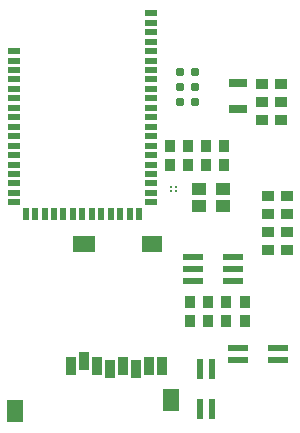
<source format=gbp>
%FSLAX25Y25*%
%MOIN*%
G70*
G01*
G75*
G04 Layer_Color=128*
%ADD10R,0.03937X0.03740*%
%ADD11R,0.25984X0.25984*%
%ADD12O,0.00945X0.02362*%
%ADD13O,0.02362X0.00945*%
%ADD14R,0.02165X0.02362*%
%ADD15R,0.02362X0.02165*%
%ADD16R,0.03740X0.03937*%
%ADD17C,0.00984*%
%ADD18R,0.01772X0.05433*%
%ADD19R,0.09350X0.07480*%
%ADD20R,0.04606X0.07480*%
%ADD21R,0.05807X0.08268*%
%ADD22R,0.03150X0.00984*%
%ADD23R,0.00984X0.03150*%
%ADD24R,0.03937X0.02165*%
%ADD25R,0.04134X0.02362*%
%ADD26R,0.06693X0.06693*%
%ADD27O,0.03347X0.01102*%
%ADD28O,0.01102X0.03347*%
%ADD29R,0.03150X0.03740*%
%ADD30R,0.06299X0.07087*%
%ADD31R,0.01378X0.03937*%
%ADD32R,0.06299X0.03150*%
%ADD33C,0.01200*%
%ADD34C,0.00800*%
%ADD35C,0.01500*%
%ADD36C,0.02000*%
%ADD37C,0.01000*%
%ADD38C,0.01826*%
%ADD39R,0.04000X0.04100*%
%ADD40R,0.01300X0.04400*%
%ADD41R,0.04000X0.04200*%
%ADD42C,0.05906*%
%ADD43R,0.05906X0.05906*%
%ADD44C,0.02200*%
%ADD45C,0.04331*%
%ADD46C,0.05000*%
%ADD47C,0.04000*%
%ADD48R,0.06728X0.02402*%
%ADD49C,0.03098*%
%ADD50R,0.02362X0.03937*%
%ADD51R,0.03937X0.02362*%
%ADD52R,0.07500X0.05500*%
%ADD53R,0.07100X0.05500*%
%ADD54R,0.05500X0.07500*%
%ADD55R,0.03200X0.05900*%
%ADD56R,0.04724X0.04331*%
%ADD57R,0.05906X0.03150*%
%ADD58R,0.02402X0.06728*%
%ADD59C,0.01800*%
%ADD60C,0.01181*%
%ADD61C,0.01969*%
%ADD62R,0.02362X0.02362*%
%ADD63C,0.00394*%
%ADD64C,0.00591*%
%ADD65C,0.00787*%
%ADD66C,0.00315*%
%ADD67C,0.00400*%
%ADD68C,0.00600*%
%ADD69C,0.00700*%
%ADD70R,0.04737X0.04540*%
%ADD71R,0.26784X0.26784*%
%ADD72O,0.01745X0.03162*%
%ADD73O,0.03162X0.01745*%
%ADD74R,0.02965X0.03162*%
%ADD75R,0.03162X0.02965*%
%ADD76R,0.04540X0.04737*%
%ADD77C,0.01784*%
%ADD78R,0.10150X0.08280*%
%ADD79R,0.05406X0.08280*%
%ADD80R,0.06607X0.09068*%
%ADD81R,0.03950X0.01784*%
%ADD82R,0.01784X0.03950*%
%ADD83R,0.04737X0.02965*%
%ADD84R,0.04934X0.03162*%
%ADD85R,0.07493X0.07493*%
%ADD86O,0.04147X0.01902*%
%ADD87O,0.01902X0.04147*%
%ADD88R,0.03950X0.04540*%
%ADD89R,0.07099X0.07887*%
%ADD90R,0.02178X0.04737*%
%ADD91R,0.07099X0.03950*%
%ADD92C,0.06706*%
%ADD93R,0.06706X0.06706*%
%ADD94C,0.03000*%
%ADD95C,0.05131*%
%ADD96C,0.05800*%
%ADD97C,0.04800*%
%ADD98R,0.07528X0.03202*%
%ADD99C,0.03898*%
%ADD100R,0.02756X0.04331*%
%ADD101R,0.04331X0.02756*%
%ADD102R,0.08300X0.06300*%
%ADD103R,0.07900X0.06300*%
%ADD104R,0.06300X0.08300*%
%ADD105R,0.04000X0.06700*%
%ADD106R,0.05524X0.05131*%
%ADD107R,0.06706X0.03950*%
%ADD108R,0.03202X0.07528*%
D10*
X316050Y358300D02*
D03*
X322350D02*
D03*
X316050Y346300D02*
D03*
X322350D02*
D03*
Y352300D02*
D03*
X316050D02*
D03*
Y364300D02*
D03*
X322350D02*
D03*
X314050Y389600D02*
D03*
X320350D02*
D03*
X320250Y401600D02*
D03*
X313950D02*
D03*
X320250Y395600D02*
D03*
X313950D02*
D03*
D16*
X296000Y322850D02*
D03*
Y329150D02*
D03*
X289200Y374750D02*
D03*
Y381050D02*
D03*
X283200D02*
D03*
Y374750D02*
D03*
X295200Y381150D02*
D03*
Y374850D02*
D03*
X301300Y381150D02*
D03*
Y374850D02*
D03*
X290000Y329150D02*
D03*
Y322850D02*
D03*
X302000D02*
D03*
Y329150D02*
D03*
X308200D02*
D03*
Y322850D02*
D03*
D17*
X285187Y365913D02*
D03*
Y367487D02*
D03*
X283613D02*
D03*
Y365913D02*
D03*
D34*
X280300Y307300D02*
X280500D01*
D48*
X291066Y344137D02*
D03*
X304334D02*
D03*
Y336231D02*
D03*
Y340168D02*
D03*
X291066D02*
D03*
Y336231D02*
D03*
X319334Y313668D02*
D03*
Y309732D02*
D03*
X306066D02*
D03*
Y313668D02*
D03*
D49*
X291800Y400700D02*
D03*
Y405700D02*
D03*
Y395700D02*
D03*
X286800Y400700D02*
D03*
Y405700D02*
D03*
Y395700D02*
D03*
D50*
X247801Y358361D02*
D03*
X250950D02*
D03*
X254100D02*
D03*
X257249D02*
D03*
X260399D02*
D03*
X263549D02*
D03*
X266698D02*
D03*
X269848D02*
D03*
X272997D02*
D03*
X244651D02*
D03*
X241501D02*
D03*
X238352D02*
D03*
X235202D02*
D03*
D51*
X276935Y425290D02*
D03*
Y422141D02*
D03*
Y418991D02*
D03*
Y415841D02*
D03*
Y412692D02*
D03*
Y409542D02*
D03*
Y406393D02*
D03*
Y403243D02*
D03*
Y400093D02*
D03*
Y396944D02*
D03*
Y393794D02*
D03*
Y390645D02*
D03*
Y387495D02*
D03*
Y384345D02*
D03*
Y381196D02*
D03*
Y378046D02*
D03*
Y374897D02*
D03*
Y371747D02*
D03*
Y368597D02*
D03*
Y365448D02*
D03*
Y362298D02*
D03*
X231265D02*
D03*
Y365448D02*
D03*
Y368597D02*
D03*
Y371747D02*
D03*
Y374897D02*
D03*
Y378046D02*
D03*
Y381196D02*
D03*
Y384345D02*
D03*
Y387495D02*
D03*
Y390645D02*
D03*
Y393794D02*
D03*
Y396944D02*
D03*
Y400093D02*
D03*
Y403243D02*
D03*
Y406393D02*
D03*
Y409542D02*
D03*
Y412692D02*
D03*
D52*
X254700Y348300D02*
D03*
D53*
X277400D02*
D03*
D54*
X231800Y292600D02*
D03*
X283600Y296500D02*
D03*
D55*
X280500Y307700D02*
D03*
X276200D02*
D03*
X271900Y306900D02*
D03*
X267600Y307700D02*
D03*
X263300Y306900D02*
D03*
X259000Y307700D02*
D03*
X254700Y309300D02*
D03*
X250400Y307700D02*
D03*
D56*
X301134Y360947D02*
D03*
X292866D02*
D03*
Y366853D02*
D03*
X301134D02*
D03*
D57*
X306000Y393369D02*
D03*
Y402031D02*
D03*
D58*
X293332Y306734D02*
D03*
X297269D02*
D03*
Y293466D02*
D03*
X293332D02*
D03*
M02*

</source>
